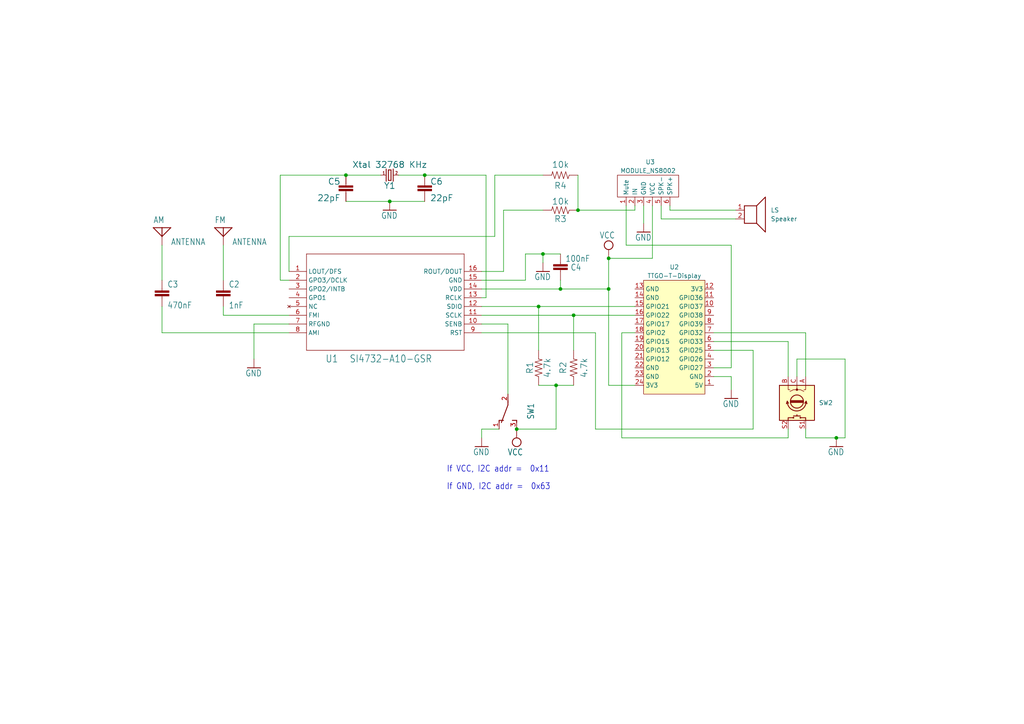
<source format=kicad_sch>
(kicad_sch (version 20211123) (generator eeschema)
  (paper "A4")
  (title_block (title "Si4732 with TTGO T-Display") (date "2022-11-19") (rev "1") (comment 1 "Author: Ralph Xavier"))
  (lib_symbols
    (symbol "Device:RotaryEncoder_Switch" (pin_names (offset 0.254) hide)
      (property "Reference" "SW" (at 0 6.604 0))
      (property "Value" "RotaryEncoder_Switch" (at 0 -6.604 0))
      (symbol "RotaryEncoder_Switch_0_1"
        (rectangle (start -5.08 5.08) (end 5.08 -5.08) (stroke (width 0.254)) (fill (type background)))
        (circle (center -3.81 0) (radius 0.254) (fill (type outline)))
        (arc (start -0.381 -2.794) (mid 2.3622 -0.0508) (end -0.381 2.667) (stroke (width 0.254)))
        (circle (center -0.381 0) (radius 1.905) (stroke (width 0.254)))
        (polyline (pts (xy -0.635 -1.778) (xy -0.635 1.778)) (stroke (width 0.254)))
        (polyline (pts (xy -0.381 -1.778) (xy -0.381 1.778)) (stroke (width 0.254)))
        (polyline (pts (xy -0.127 1.778) (xy -0.127 -1.778)) (stroke (width 0.254)))
        (polyline (pts (xy 3.81 0) (xy 3.429 0)) (stroke (width 0.254)))
        (polyline (pts (xy 3.81 1.016) (xy 3.81 -1.016)) (stroke (width 0.254)))
        (polyline (pts (xy -5.08 -2.54) (xy -3.81 -2.54) (xy -3.81 -2.032)))
        (polyline (pts (xy -5.08 2.54) (xy -3.81 2.54) (xy -3.81 2.032)))
        (polyline (pts (xy 0.254 -3.048) (xy -0.508 -2.794) (xy 0.127 -2.413)) (stroke (width 0.254)))
        (polyline (pts (xy 0.254 2.921) (xy -0.508 2.667) (xy 0.127 2.286)) (stroke (width 0.254)))
        (polyline (pts (xy 5.08 -2.54) (xy 4.318 -2.54) (xy 4.318 -1.016)) (stroke (width 0.254)))
        (polyline (pts (xy 5.08 2.54) (xy 4.318 2.54) (xy 4.318 1.016)) (stroke (width 0.254)))
        (polyline (pts (xy -5.08 0) (xy -3.81 0) (xy -3.81 -1.016) (xy -3.302 -2.032)))
        (polyline (pts (xy -4.318 0) (xy -3.81 0) (xy -3.81 1.016) (xy -3.302 2.032)))
        (circle (center 4.318 -1.016) (radius 0.127) (stroke (width 0.254)))
        (circle (center 4.318 1.016) (radius 0.127) (stroke (width 0.254)))
      )
      (symbol "RotaryEncoder_Switch_1_1"
        (pin passive line (at -7.62 2.54 0) (length 2.54) (name "A") (number "A"))
        (pin passive line (at -7.62 -2.54 0) (length 2.54) (name "B") (number "B"))
        (pin passive line (at -7.62 0 0) (length 2.54) (name "C") (number "C"))
        (pin passive line (at 7.62 2.54 180) (length 2.54) (name "S1") (number "S1"))
        (pin passive line (at 7.62 -2.54 180) (length 2.54) (name "S2") (number "S2"))
      )
    )
    (symbol "Device:Speaker" (pin_names (offset 0) hide)
      (property "Reference" "LS" (at 1.27 5.715 0))
      (property "Value" "Speaker" (at 1.27 3.81 0))
      (symbol "Speaker_0_0"
        (rectangle (start -2.54 1.27) (end 1.016 -3.81) (stroke (width 0.254)))
        (polyline (pts (xy 1.016 1.27) (xy 3.556 3.81) (xy 3.556 -6.35) (xy 1.016 -3.81)) (stroke (width 0.254)))
      )
      (symbol "Speaker_1_1"
        (pin input line (at -5.08 0 0) (length 2.54) (name "1") (number "1"))
        (pin input line (at -5.08 -2.54 0) (length 2.54) (name "2") (number "2"))
      )
    )
    (symbol "Module_NS8002:MODULE_NS8002"
      (property "Reference" "U?" (at -0.635 2.54 0))
      (property "Value" "MODULE_NS8002" (at -1.27 0 0))
      (symbol "MODULE_NS8002_0_1"
        (rectangle (start -10.16 -1.27) (end 7.62 -7.62))
      )
      (symbol "MODULE_NS8002_1_1"
        (pin input line (at -7.62 -10.16 90) (length 2.54) (name "Mute") (number "1"))
        (pin input line (at -5.08 -10.16 90) (length 2.54) (name "IN") (number "2"))
        (pin power_in line (at -2.54 -10.16 90) (length 2.54) (name "GND") (number "3"))
        (pin power_in line (at 0 -10.16 90) (length 2.54) (name "VCC") (number "4"))
        (pin output line (at 2.54 -10.16 90) (length 2.54) (name "SPK-") (number "5"))
        (pin output line (at 5.08 -10.16 90) (length 2.54) (name "SPK+") (number "6"))
      )
    )
    (symbol "TTGO_T_Display:TTGO-T-Display"
      (property "Reference" "MCU?" (at -0.635 41.91 0))
      (property "Value" "TTGO-T-Display" (at -0.635 39.37 0))
      (symbol "TTGO-T-Display_0_1"
        (rectangle (start -8.89 -2.54) (end 8.89 -35.56) (fill (type background)))
      )
      (symbol "TTGO-T-Display_1_1"
        (pin power_in line (at -11.43 -5.08 0) (length 2.54) (name "5V") (number "1"))
        (pin bidirectional line (at -11.43 -27.94 0) (length 2.54) (name "GPIO37") (number "10"))
        (pin bidirectional line (at -11.43 -30.48 0) (length 2.54) (name "GPIO36") (number "11"))
        (pin power_in line (at -11.43 -33.02 0) (length 2.54) (name "3V3") (number "12"))
        (pin power_in line (at 11.43 -33.02 180) (length 2.54) (name "GND") (number "13"))
        (pin power_in line (at 11.43 -30.48 180) (length 2.54) (name "GND") (number "14"))
        (pin bidirectional line (at 11.43 -27.94 180) (length 2.54) (name "GPIO21") (number "15"))
        (pin bidirectional line (at 11.43 -25.4 180) (length 2.54) (name "GPIO22") (number "16"))
        (pin bidirectional line (at 11.43 -22.86 180) (length 2.54) (name "GPIO17") (number "17"))
        (pin bidirectional line (at 11.43 -20.32 180) (length 2.54) (name "GPIO2") (number "18"))
        (pin bidirectional line (at 11.43 -17.78 180) (length 2.54) (name "GPIO15") (number "19"))
        (pin power_in line (at -11.43 -7.62 0) (length 2.54) (name "GND") (number "2"))
        (pin bidirectional line (at 11.43 -15.24 180) (length 2.54) (name "GPIO13") (number "20"))
        (pin bidirectional line (at 11.43 -12.7 180) (length 2.54) (name "GPIO12") (number "21"))
        (pin power_in line (at 11.43 -10.16 180) (length 2.54) (name "GND") (number "22"))
        (pin power_in line (at 11.43 -7.62 180) (length 2.54) (name "GND") (number "23"))
        (pin power_in line (at 11.43 -5.08 180) (length 2.54) (name "3V3") (number "24"))
        (pin bidirectional line (at -11.43 -10.16 0) (length 2.54) (name "GPIO27") (number "3"))
        (pin bidirectional line (at -11.43 -12.7 0) (length 2.54) (name "GPIO26") (number "4"))
        (pin bidirectional line (at -11.43 -15.24 0) (length 2.54) (name "GPIO25") (number "5"))
        (pin bidirectional line (at -11.43 -17.78 0) (length 2.54) (name "GPIO33") (number "6"))
        (pin bidirectional line (at -11.43 -20.32 0) (length 2.54) (name "GPIO32") (number "7"))
        (pin bidirectional line (at -11.43 -22.86 0) (length 2.54) (name "GPIO39") (number "8"))
        (pin bidirectional line (at -11.43 -25.4 0) (length 2.54) (name "GPIO38") (number "9"))
      )
    )
    (symbol "schematic_basic_SI4732-eagle-import:22PF-0603-50V-5%"
      (property "Reference" "C" (at 1.524 2.921 0))
      (property "Value" "22PF-0603-50V-5%" (at 1.524 -2.159 0))
      (symbol "22PF-0603-50V-5%_1_0"
        (rectangle (start -2.032 0.508) (end 2.032 1.016) (fill (type outline)))
        (rectangle (start -2.032 1.524) (end 2.032 2.032) (fill (type outline)))
        (polyline (pts (xy 0 0) (xy 0 0.508)) (stroke (width 0.1524)))
        (polyline (pts (xy 0 2.54) (xy 0 2.032)) (stroke (width 0.1524)))
        (pin passive line (at 0 5.08 270) (length 2.54) (name "1") (number "1"))
        (pin passive line (at 0 -2.54 90) (length 2.54) (name "2") (number "2"))
      )
    )
    (symbol "schematic_basic_SI4732-eagle-import:4.7KOHM-0603-1{slash}10W-1%"
      (property "Reference" "R" (at 0 1.524 0))
      (property "Value" "4.7KOHM-0603-1{slash}10W-1%" (at 0 -1.524 0))
      (symbol "4.7KOHM-0603-1{slash}10W-1%_1_0"
        (polyline (pts (xy -2.54 0) (xy -2.159 1.016)) (stroke (width 0.1524)))
        (polyline (pts (xy -2.159 1.016) (xy -1.524 -1.016)) (stroke (width 0.1524)))
        (polyline (pts (xy -1.524 -1.016) (xy -0.889 1.016)) (stroke (width 0.1524)))
        (polyline (pts (xy -0.889 1.016) (xy -0.254 -1.016)) (stroke (width 0.1524)))
        (polyline (pts (xy -0.254 -1.016) (xy 0.381 1.016)) (stroke (width 0.1524)))
        (polyline (pts (xy 0.381 1.016) (xy 1.016 -1.016)) (stroke (width 0.1524)))
        (polyline (pts (xy 1.016 -1.016) (xy 1.651 1.016)) (stroke (width 0.1524)))
        (polyline (pts (xy 1.651 1.016) (xy 2.286 -1.016)) (stroke (width 0.1524)))
        (polyline (pts (xy 2.286 -1.016) (xy 2.54 0)) (stroke (width 0.1524)))
        (pin passive line (at -5.08 0 0) (length 2.54) (name "1") (number "1"))
        (pin passive line (at 5.08 0 180) (length 2.54) (name "2") (number "2"))
      )
    )
    (symbol "schematic_basic_SI4732-eagle-import:ANTENNA"
      (property "Reference" "ANT" (at -2.54 1.27 0))
      (property "Value" "ANTENNA" (at 2.54 -5.08 0))
      (symbol "ANTENNA_1_0"
        (polyline (pts (xy -2.54 0) (xy 0 0)) (stroke (width 0.254)))
        (polyline (pts (xy 0 -2.54) (xy -2.54 0)) (stroke (width 0.254)))
        (polyline (pts (xy 0 0) (xy 0 -2.54)) (stroke (width 0.254)))
        (polyline (pts (xy 0 0) (xy 2.54 0)) (stroke (width 0.254)))
        (polyline (pts (xy 2.54 0) (xy 0 -2.54)) (stroke (width 0.254)))
        (pin output line (at 0 -5.08 90) (length 2.54) (name "1") (number "1"))
      )
    )
    (symbol "schematic_basic_SI4732-eagle-import:CRYSTALPTH-2X6"
      (property "Reference" "Y" (at 0 2.032 0))
      (property "Value" "CRYSTALPTH-2X6" (at 0 -2.032 0))
      (symbol "CRYSTALPTH-2X6_1_0"
        (polyline (pts (xy -2.54 0) (xy -1.016 0)) (stroke (width 0.1524)))
        (polyline (pts (xy -1.016 1.778) (xy -1.016 -1.778)) (stroke (width 0.254)))
        (polyline (pts (xy -0.381 -1.524) (xy 0.381 -1.524)) (stroke (width 0.254)))
        (polyline (pts (xy -0.381 1.524) (xy -0.381 -1.524)) (stroke (width 0.254)))
        (polyline (pts (xy 0.381 -1.524) (xy 0.381 1.524)) (stroke (width 0.254)))
        (polyline (pts (xy 0.381 1.524) (xy -0.381 1.524)) (stroke (width 0.254)))
        (polyline (pts (xy 1.016 0) (xy 2.54 0)) (stroke (width 0.1524)))
        (polyline (pts (xy 1.016 1.778) (xy 1.016 -1.778)) (stroke (width 0.254)))
        (text "1" (at -2.159 -1.143 0) (effects (font (size 0.8636 0.734)) (justify left bottom)))
        (text "2" (at 1.524 -1.143 0) (effects (font (size 0.8636 0.734)) (justify left bottom)))
        (pin passive line (at -2.54 0 0) (length 0) (name "1") (number "1"))
        (pin passive line (at 2.54 0 180) (length 0) (name "2") (number "2"))
      )
    )
    (symbol "schematic_basic_SI4732-eagle-import:CXXC10B6"
      (property "Reference" "CX" (at 1.524 0.381 0))
      (property "Value" "CXXC10B6" (at 1.524 -4.699 0))
      (symbol "CXXC10B6_1_0"
        (rectangle (start -2.032 -2.032) (end 2.032 -1.524) (fill (type outline)))
        (rectangle (start -2.032 -1.016) (end 2.032 -0.508) (fill (type outline)))
        (polyline (pts (xy 0 -2.54) (xy 0 -2.032)) (stroke (width 0.1524)))
        (polyline (pts (xy 0 0) (xy 0 -0.508)) (stroke (width 0.1524)))
        (pin passive line (at 0 2.54 270) (length 2.54) (name "1") (number "1"))
        (pin passive line (at 0 -5.08 90) (length 2.54) (name "2") (number "2"))
      )
    )
    (symbol "schematic_basic_SI4732-eagle-import:GND" (power)
      (property "Value" "GND" (at -2.54 -2.54 0))
      (symbol "GND_1_0"
        (polyline (pts (xy -1.905 0) (xy 1.905 0)) (stroke (width 0.254)))
        (pin power_in line (at 0 2.54 270) (length 2.54) (name "GND") (number "1"))
      )
    )
    (symbol "schematic_basic_SI4732-eagle-import:SI4732-A10-GSR"
      (property "Reference" "U" (at 25.7556 9.1186 0))
      (property "Value" "SI4732-A10-GSR" (at 25.1206 6.5786 0))
      (symbol "SI4732-A10-GSR_1_0"
        (polyline (pts (xy 7.62 -22.86) (xy 53.34 -22.86)) (stroke (width 0.1524)))
        (polyline (pts (xy 7.62 5.08) (xy 7.62 -22.86)) (stroke (width 0.1524)))
        (polyline (pts (xy 53.34 -22.86) (xy 53.34 5.08)) (stroke (width 0.1524)))
        (polyline (pts (xy 53.34 5.08) (xy 7.62 5.08)) (stroke (width 0.1524)))
        (pin output line (at 2.54 0 0) (length 5.08) (name "LOUT/DFS") (number "1"))
        (pin passive line (at 58.42 -15.24 180) (length 5.08) (name "SENB") (number "10"))
        (pin passive line (at 58.42 -12.7 180) (length 5.08) (name "SCLK") (number "11"))
        (pin passive line (at 58.42 -10.16 180) (length 5.08) (name "SDIO") (number "12"))
        (pin passive line (at 58.42 -7.62 180) (length 5.08) (name "RCLK") (number "13"))
        (pin power_in line (at 58.42 -5.08 180) (length 5.08) (name "VDD") (number "14"))
        (pin passive line (at 58.42 -2.54 180) (length 5.08) (name "GND") (number "15"))
        (pin output line (at 58.42 0 180) (length 5.08) (name "ROUT/DOUT") (number "16"))
        (pin bidirectional line (at 2.54 -2.54 0) (length 5.08) (name "GPO3/DCLK") (number "2"))
        (pin bidirectional line (at 2.54 -5.08 0) (length 5.08) (name "GPO2/INTB") (number "3"))
        (pin bidirectional line (at 2.54 -7.62 0) (length 5.08) (name "GPO1") (number "4"))
        (pin no_connect line (at 2.54 -10.16 0) (length 5.08) (name "NC") (number "5"))
        (pin passive line (at 2.54 -12.7 0) (length 5.08) (name "FMI") (number "6"))
        (pin passive line (at 2.54 -15.24 0) (length 5.08) (name "RFGND") (number "7"))
        (pin passive line (at 2.54 -17.78 0) (length 5.08) (name "AMI") (number "8"))
        (pin passive line (at 58.42 -17.78 180) (length 5.08) (name "RST") (number "9"))
      )
    )
    (symbol "schematic_basic_SI4732-eagle-import:TL36WO"
      (property "Reference" "S" (at 5.08 -2.54 90))
      (property "Value" "TL36WO" (at 7.62 -2.54 90))
      (symbol "TL36WO_1_0"
        (polyline (pts (xy -2.54 2.54) (xy -2.54 3.175)) (stroke (width 0.254)))
        (polyline (pts (xy -2.54 2.54) (xy -1.27 2.54)) (stroke (width 0.254)))
        (polyline (pts (xy 0 -3.175) (xy 0 -1.905)) (stroke (width 0.254)))
        (polyline (pts (xy 0 -1.905) (xy -1.905 3.175)) (stroke (width 0.254)))
        (polyline (pts (xy 1.27 2.54) (xy 2.54 2.54)) (stroke (width 0.254)))
        (polyline (pts (xy 2.54 2.54) (xy 2.54 3.175)) (stroke (width 0.254)))
        (pin passive line (at -2.54 5.08 270) (length 2.54) (name "O") (number "1"))
        (pin passive line (at 0 -5.08 90) (length 2.54) (name "P") (number "2"))
        (pin passive line (at 2.54 5.08 270) (length 2.54) (name "S") (number "3"))
      )
    )
    (symbol "schematic_basic_SI4732-eagle-import:VCC" (power)
      (property "Value" "VCC" (at -1.905 3.175 0))
      (symbol "VCC_1_0"
        (circle (center 0 1.27) (radius 1.27) (stroke (width 0.254)))
        (pin power_in line (at 0 -2.54 90) (length 2.54) (name "VCC") (number "1"))
      )
    )
  )
  (junction (at 162.56 83.82))
  (junction (at 176.53 74.93))
  (junction (at 100.33 50.8))
  (junction (at 161.29 111.76))
  (junction (at 167.64 60.96))
  (junction (at 156.21 88.9))
  (junction (at 166.37 91.44))
  (junction (at 149.86 124.46))
  (junction (at 157.48 73.66))
  (junction (at 242.57 127))
  (junction (at 123.19 50.8))
  (junction (at 113.03 58.42))
  (junction (at 176.53 83.82))
  (wire (pts (xy 231.14 104.14) (xy 245.11 104.14)))
  (wire (pts (xy 161.29 124.46) (xy 161.29 111.76)))
  (wire (pts (xy 212.09 106.68) (xy 212.09 71.12)))
  (wire (pts (xy 146.05 60.96) (xy 146.05 78.74)))
  (wire (pts (xy 167.64 60.96) (xy 184.15 60.96)))
  (wire (pts (xy 162.56 83.82) (xy 176.53 83.82)))
  (wire (pts (xy 123.19 58.42) (xy 113.03 58.42)))
  (wire (pts (xy 73.66 93.98) (xy 73.66 104.14)))
  (wire (pts (xy 143.51 68.58) (xy 83.82 68.58)))
  (wire (pts (xy 166.37 91.44) (xy 184.15 91.44)))
  (wire (pts (xy 156.21 88.9) (xy 184.15 88.9)))
  (wire (pts (xy 46.99 81.28) (xy 46.99 71.12)))
  (wire (pts (xy 207.01 99.06) (xy 228.6 99.06)))
  (wire (pts (xy 81.28 81.28) (xy 81.28 50.8)))
  (wire (pts (xy 64.77 91.44) (xy 64.77 88.9)))
  (wire (pts (xy 149.86 124.46) (xy 161.29 124.46)))
  (wire (pts (xy 233.68 127) (xy 233.68 124.46)))
  (wire (pts (xy 115.57 50.8) (xy 123.19 50.8)))
  (wire (pts (xy 162.56 73.66) (xy 157.48 73.66)))
  (wire (pts (xy 218.44 101.6) (xy 207.01 101.6)))
  (wire (pts (xy 172.72 96.52) (xy 172.72 124.46)))
  (wire (pts (xy 81.28 50.8) (xy 100.33 50.8)))
  (wire (pts (xy 157.48 60.96) (xy 146.05 60.96)))
  (wire (pts (xy 176.53 83.82) (xy 176.53 74.93)))
  (wire (pts (xy 166.37 101.6) (xy 166.37 91.44)))
  (wire (pts (xy 191.77 59.69) (xy 191.77 63.5)))
  (wire (pts (xy 152.4 73.66) (xy 157.48 73.66)))
  (wire (pts (xy 162.56 81.28) (xy 162.56 83.82)))
  (wire (pts (xy 139.7 96.52) (xy 172.72 96.52)))
  (wire (pts (xy 176.53 74.93) (xy 189.23 74.93)))
  (wire (pts (xy 64.77 71.12) (xy 64.77 81.28)))
  (wire (pts (xy 176.53 83.82) (xy 176.53 111.76)))
  (wire (pts (xy 181.61 59.69) (xy 181.61 71.12)))
  (wire (pts (xy 167.64 60.96) (xy 167.64 50.8)))
  (wire (pts (xy 180.34 96.52) (xy 180.34 127)))
  (wire (pts (xy 242.57 127) (xy 245.11 127)))
  (wire (pts (xy 180.34 127) (xy 228.6 127)))
  (wire (pts (xy 139.7 88.9) (xy 156.21 88.9)))
  (wire (pts (xy 110.49 50.8) (xy 100.33 50.8)))
  (wire (pts (xy 186.69 59.69) (xy 186.69 64.77)))
  (wire (pts (xy 207.01 109.22) (xy 212.09 109.22)))
  (wire (pts (xy 228.6 127) (xy 228.6 124.46)))
  (wire (pts (xy 213.36 63.5) (xy 191.77 63.5)))
  (wire (pts (xy 184.15 59.69) (xy 184.15 60.96)))
  (wire (pts (xy 213.36 60.96) (xy 194.31 60.96)))
  (wire (pts (xy 156.21 101.6) (xy 156.21 88.9)))
  (wire (pts (xy 152.4 81.28) (xy 152.4 73.66)))
  (wire (pts (xy 140.97 50.8) (xy 123.19 50.8)))
  (wire (pts (xy 83.82 93.98) (xy 73.66 93.98)))
  (wire (pts (xy 100.33 58.42) (xy 113.03 58.42)))
  (wire (pts (xy 207.01 96.52) (xy 233.68 96.52)))
  (wire (pts (xy 139.7 83.82) (xy 162.56 83.82)))
  (wire (pts (xy 140.97 86.36) (xy 140.97 50.8)))
  (wire (pts (xy 139.7 81.28) (xy 152.4 81.28)))
  (wire (pts (xy 189.23 59.69) (xy 189.23 74.93)))
  (wire (pts (xy 144.78 124.46) (xy 139.7 124.46)))
  (wire (pts (xy 46.99 88.9) (xy 46.99 96.52)))
  (wire (pts (xy 81.28 81.28) (xy 83.82 81.28)))
  (wire (pts (xy 139.7 127) (xy 139.7 124.46)))
  (wire (pts (xy 139.7 86.36) (xy 140.97 86.36)))
  (wire (pts (xy 161.29 111.76) (xy 166.37 111.76)))
  (wire (pts (xy 157.48 50.8) (xy 143.51 50.8)))
  (wire (pts (xy 139.7 93.98) (xy 147.32 93.98)))
  (wire (pts (xy 83.82 91.44) (xy 64.77 91.44)))
  (wire (pts (xy 212.09 109.22) (xy 212.09 113.03)))
  (wire (pts (xy 146.05 78.74) (xy 139.7 78.74)))
  (wire (pts (xy 143.51 50.8) (xy 143.51 68.58)))
  (wire (pts (xy 172.72 124.46) (xy 218.44 124.46)))
  (wire (pts (xy 245.11 104.14) (xy 245.11 127)))
  (wire (pts (xy 233.68 127) (xy 242.57 127)))
  (wire (pts (xy 218.44 124.46) (xy 218.44 101.6)))
  (wire (pts (xy 184.15 96.52) (xy 180.34 96.52)))
  (wire (pts (xy 156.21 111.76) (xy 161.29 111.76)))
  (wire (pts (xy 231.14 109.22) (xy 231.14 104.14)))
  (wire (pts (xy 139.7 91.44) (xy 166.37 91.44)))
  (wire (pts (xy 233.68 96.52) (xy 233.68 109.22)))
  (wire (pts (xy 212.09 71.12) (xy 181.61 71.12)))
  (wire (pts (xy 194.31 59.69) (xy 194.31 60.96)))
  (wire (pts (xy 207.01 106.68) (xy 212.09 106.68)))
  (wire (pts (xy 228.6 99.06) (xy 228.6 109.22)))
  (wire (pts (xy 147.32 93.98) (xy 147.32 114.3)))
  (wire (pts (xy 176.53 111.76) (xy 184.15 111.76)))
  (wire (pts (xy 83.82 96.52) (xy 46.99 96.52)))
  (wire (pts (xy 157.48 76.2) (xy 157.48 73.66)))
  (wire (pts (xy 83.82 68.58) (xy 83.82 78.74)))
  (text "If VCC, I2C addr =  0x11" (at 129.54 137.16 180) (effects (font (size 1.778 1.5113)) (justify left bottom)))
  (text "If GND, I2C addr =  0x63" (at 129.54 142.24 180) (effects (font (size 1.778 1.5113)) (justify left bottom)))
  (symbol (lib_id "Device:Speaker") (at 218.44 60.96 0) (unit 1)
    (property "Reference" "LS" (at 223.52 60.9599 0) (effects (justify left)))
    (property "Value" "Speaker" (at 223.52 63.4999 0) (effects (justify left)))
  )
  (symbol (lib_id "schematic_basic_SI4732-eagle-import:GND") (at 186.69 67.31 0) (unit 1)
    (property "Reference" "#GND04" (effects hide))
    (property "Value" "GND" (at 184.15 69.85 0) (effects (font (size 1.778 1.5113)) (justify left bottom)))
    (property "Footprint" "schematic_basic_SI4732:" (effects hide))
  )
  (symbol (lib_id "schematic_basic_SI4732-eagle-import:CXXC10B6") (at 162.56 78.74 180) (unit 1)
    (property "Reference" "C4" (at 168.656 76.581 0) (effects (font (size 1.778 1.5113)) (justify left bottom)))
    (property "Value" "100nF" (at 171.196 74.041 0) (effects (font (size 1.778 1.5113)) (justify left bottom)))
    (property "Footprint" "schematic_basic_SI4732:XC10B6" (effects hide))
  )
  (symbol (lib_id "schematic_basic_SI4732-eagle-import:TL36WO") (at 147.32 119.38 0) (mirror x) (unit 1)
    (property "Reference" "S1" (effects hide))
    (property "Value" "SW1" (at 154.94 116.84 90) (effects (font (size 1.778 1.5113)) (justify left bottom)))
    (property "Footprint" "schematic_basic_SI4732:TL3XWO" (effects hide))
  )
  (symbol (lib_id "schematic_basic_SI4732-eagle-import:4.7KOHM-0603-1{slash}10W-1%") (at 156.21 106.68 90) (unit 1)
    (property "Reference" "R1" (at 154.686 106.68 0) (effects (font (size 1.778 1.778)) (justify bottom)))
    (property "Value" "4.7k" (at 157.734 106.68 0) (effects (font (size 1.778 1.778)) (justify top)))
    (property "Footprint" "schematic_basic_SI4732:0603" (effects hide))
  )
  (symbol (lib_id "schematic_basic_SI4732-eagle-import:22PF-0603-50V-5%") (at 100.33 55.88 0) (mirror y) (unit 1)
    (property "Reference" "C5" (at 98.806 53.659 0) (effects (font (size 1.778 1.778)) (justify left bottom)))
    (property "Value" "22pF" (at 98.806 58.439 0) (effects (font (size 1.778 1.778)) (justify left bottom)))
    (property "Footprint" "schematic_basic_SI4732:0603" (effects hide))
  )
  (symbol (lib_id "schematic_basic_SI4732-eagle-import:SI4732-A10-GSR") (at 81.28 78.74 0) (unit 1)
    (property "Reference" "U1" (at 94.3356 105.1814 0) (effects (font (size 2.0828 1.7703)) (justify left bottom)))
    (property "Value" "SI4732-A10-GSR" (at 101.3206 105.1814 0) (effects (font (size 2.0828 1.7703)) (justify left bottom)))
    (property "Footprint" "schematic_basic_SI4732:SOIC16_SI4732_SIL" (effects hide))
  )
  (symbol (lib_id "schematic_basic_SI4732-eagle-import:4.7KOHM-0603-1{slash}10W-1%") (at 162.56 60.96 180) (unit 1)
    (property "Reference" "R3" (at 162.56 62.484 0) (effects (font (size 1.778 1.778)) (justify bottom)))
    (property "Value" "10k" (at 162.56 59.436 0) (effects (font (size 1.778 1.778)) (justify top)))
    (property "Footprint" "schematic_basic_SI4732:0603" (effects hide))
  )
  (symbol (lib_id "schematic_basic_SI4732-eagle-import:GND") (at 157.48 78.74 0) (unit 1)
    (property "Reference" "#GND02" (effects hide))
    (property "Value" "GND" (at 154.94 81.28 0) (effects (font (size 1.778 1.5113)) (justify left bottom)))
    (property "Footprint" "schematic_basic_SI4732:" (effects hide))
  )
  (symbol (lib_id "schematic_basic_SI4732-eagle-import:4.7KOHM-0603-1{slash}10W-1%") (at 162.56 50.8 180) (unit 1)
    (property "Reference" "R4" (at 162.56 54.864 0) (effects (font (size 1.778 1.778)) (justify top)))
    (property "Value" "10k" (at 162.56 46.736 0) (effects (font (size 1.778 1.778)) (justify bottom)))
    (property "Footprint" "schematic_basic_SI4732:0603" (effects hide))
  )
  (symbol (lib_id "schematic_basic_SI4732-eagle-import:GND") (at 212.09 115.57 0) (unit 1)
    (property "Reference" "#GND06" (effects hide))
    (property "Value" "GND" (at 209.55 118.11 0) (effects (font (size 1.778 1.5113)) (justify left bottom)))
    (property "Footprint" "schematic_basic_SI4732:" (effects hide))
  )
  (symbol (lib_id "schematic_basic_SI4732-eagle-import:ANTENNA") (at 64.77 66.04 0) (unit 1)
    (property "Reference" "FM" (at 62.23 64.77 0) (effects (font (size 1.778 1.5113)) (justify left bottom)))
    (property "Value" "ANTENNA" (at 67.31 71.12 0) (effects (font (size 1.778 1.5113)) (justify left bottom)))
    (property "Footprint" "schematic_basic_SI4732:PAD-01" (effects hide))
  )
  (symbol (lib_id "Module_NS8002:MODULE_NS8002") (at 189.23 49.53 0) (unit 1)
    (property "Reference" "U3" (at 188.595 46.99 0))
    (property "Value" "MODULE_NS8002" (at 187.96 49.53 0))
  )
  (symbol (lib_id "schematic_basic_SI4732-eagle-import:CXXC10B6") (at 46.99 83.82 0) (unit 1)
    (property "Reference" "C3" (at 48.514 83.439 0) (effects (font (size 1.778 1.5113)) (justify left bottom)))
    (property "Value" "470nF" (at 48.514 89.519 0) (effects (font (size 1.778 1.5113)) (justify left bottom)))
    (property "Footprint" "schematic_basic_SI4732:XC10B6" (effects hide))
  )
  (symbol (lib_id "Device:RotaryEncoder_Switch") (at 231.14 116.84 270) (unit 1)
    (property "Reference" "SW2" (at 237.49 116.8399 90) (effects (justify left)))
    (property "Value" "RotaryEncoder_Switch" (effects hide))
  )
  (symbol (lib_id "schematic_basic_SI4732-eagle-import:GND") (at 113.03 60.96 0) (unit 1)
    (property "Reference" "#GND03" (effects hide))
    (property "Value" "GND" (at 110.49 63.5 0) (effects (font (size 1.778 1.5113)) (justify left bottom)))
    (property "Footprint" "schematic_basic_SI4732:" (effects hide))
  )
  (symbol (lib_id "schematic_basic_SI4732-eagle-import:VCC") (at 176.53 72.39 0) (mirror y) (unit 1)
    (property "Reference" "#SUPPLY01" (effects hide))
    (property "Value" "VCC" (at 178.435 69.215 0) (effects (font (size 1.778 1.5113)) (justify left bottom)))
    (property "Footprint" "schematic_basic_SI4732:" (effects hide))
  )
  (symbol (lib_id "schematic_basic_SI4732-eagle-import:ANTENNA") (at 46.99 66.04 0) (unit 1)
    (property "Reference" "AM" (at 44.45 64.77 0) (effects (font (size 1.778 1.5113)) (justify left bottom)))
    (property "Value" "ANTENNA" (at 49.53 71.12 0) (effects (font (size 1.778 1.5113)) (justify left bottom)))
    (property "Footprint" "schematic_basic_SI4732:PAD-01" (effects hide))
  )
  (symbol (lib_id "schematic_basic_SI4732-eagle-import:22PF-0603-50V-5%") (at 123.19 55.88 0) (unit 1)
    (property "Reference" "C6" (at 124.714 53.659 0) (effects (font (size 1.778 1.778)) (justify left bottom)))
    (property "Value" "22pF" (at 124.714 58.439 0) (effects (font (size 1.778 1.778)) (justify left bottom)))
    (property "Footprint" "schematic_basic_SI4732:0603" (effects hide))
  )
  (symbol (lib_id "schematic_basic_SI4732-eagle-import:GND") (at 73.66 106.68 0) (unit 1)
    (property "Reference" "#GND07" (effects hide))
    (property "Value" "GND" (at 71.12 109.22 0) (effects (font (size 1.778 1.5113)) (justify left bottom)))
    (property "Footprint" "schematic_basic_SI4732:" (effects hide))
  )
  (symbol (lib_id "TTGO_T_Display:TTGO-T-Display") (at 195.58 116.84 180) (unit 1)
    (property "Reference" "U2" (at 195.58 77.47 0))
    (property "Value" "TTGO-T-Display" (at 195.58 80.01 0))
    (property "Footprint" "TTGO_T_Display:TTGO-T-Display" (effects hide))
  )
  (symbol (lib_id "schematic_basic_SI4732-eagle-import:CXXC10B6") (at 64.77 83.82 0) (unit 1)
    (property "Reference" "C2" (at 66.294 83.439 0) (effects (font (size 1.778 1.5113)) (justify left bottom)))
    (property "Value" "1nF" (at 66.294 89.519 0) (effects (font (size 1.778 1.5113)) (justify left bottom)))
    (property "Footprint" "schematic_basic_SI4732:XC10B6" (effects hide))
  )
  (symbol (lib_id "schematic_basic_SI4732-eagle-import:GND") (at 242.57 129.54 0) (unit 1)
    (property "Reference" "#GND?" (effects hide))
    (property "Value" "GND" (at 240.03 132.08 0) (effects (font (size 1.778 1.5113)) (justify left bottom)))
    (property "Footprint" "schematic_basic_SI4732:" (effects hide))
  )
  (symbol (lib_id "schematic_basic_SI4732-eagle-import:CRYSTALPTH-2X6") (at 113.03 50.8 0) (mirror x) (unit 1)
    (property "Reference" "Y1" (at 113.03 52.832 0) (effects (font (size 1.778 1.778)) (justify bottom)))
    (property "Value" "Xtal 32768 KHz" (at 113.03 48.768 0) (effects (font (size 1.778 1.778)) (justify top)))
    (property "Footprint" "schematic_basic_SI4732:CRYSTAL-PTH-2X6-CYL" (effects hide))
  )
  (symbol (lib_id "schematic_basic_SI4732-eagle-import:4.7KOHM-0603-1{slash}10W-1%") (at 166.37 106.68 90) (unit 1)
    (property "Reference" "R2" (at 162.306 106.68 0) (effects (font (size 1.778 1.778)) (justify top)))
    (property "Value" "4.7k" (at 170.434 106.68 0) (effects (font (size 1.778 1.778)) (justify bottom)))
    (property "Footprint" "schematic_basic_SI4732:0603" (effects hide))
  )
  (symbol (lib_id "schematic_basic_SI4732-eagle-import:GND") (at 139.7 129.54 0) (unit 1)
    (property "Reference" "#GND01" (effects hide))
    (property "Value" "GND" (at 137.16 132.08 0) (effects (font (size 1.778 1.5113)) (justify left bottom)))
    (property "Footprint" "schematic_basic_SI4732:" (effects hide))
  )
  (symbol (lib_id "schematic_basic_SI4732-eagle-import:VCC") (at 149.86 127 180) (unit 1)
    (property "Reference" "#SUPPLY04" (effects hide))
    (property "Value" "VCC" (at 151.765 130.175 0) (effects (font (size 1.778 1.5113)) (justify left bottom)))
    (property "Footprint" "schematic_basic_SI4732:" (effects hide))
  )
)
</source>
